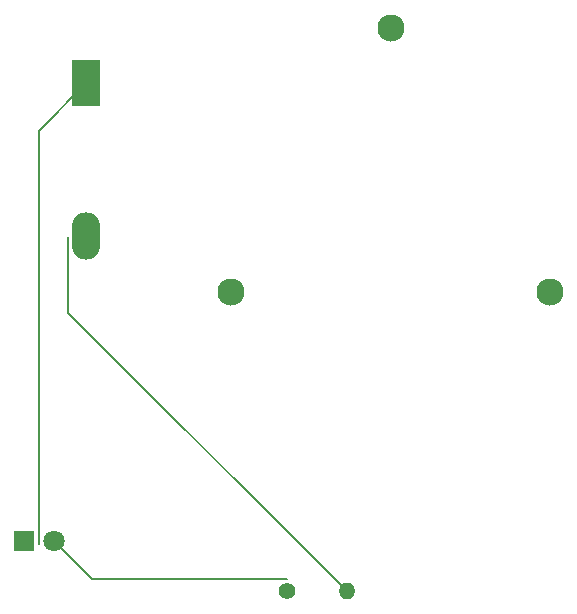
<source format=gbr>
%TF.GenerationSoftware,KiCad,Pcbnew,8.0.1*%
%TF.CreationDate,2024-06-04T22:59:00-05:00*%
%TF.ProjectId,hw10,68773130-2e6b-4696-9361-645f70636258,rev?*%
%TF.SameCoordinates,Original*%
%TF.FileFunction,Copper,L1,Top*%
%TF.FilePolarity,Positive*%
%FSLAX46Y46*%
G04 Gerber Fmt 4.6, Leading zero omitted, Abs format (unit mm)*
G04 Created by KiCad (PCBNEW 8.0.1) date 2024-06-04 22:59:00*
%MOMM*%
%LPD*%
G01*
G04 APERTURE LIST*
%TA.AperFunction,ComponentPad*%
%ADD10O,1.400000X1.400000*%
%TD*%
%TA.AperFunction,ComponentPad*%
%ADD11C,1.400000*%
%TD*%
%TA.AperFunction,ComponentPad*%
%ADD12C,1.800000*%
%TD*%
%TA.AperFunction,ComponentPad*%
%ADD13R,1.800000X1.800000*%
%TD*%
%TA.AperFunction,ComponentPad*%
%ADD14O,2.410000X4.020000*%
%TD*%
%TA.AperFunction,ComponentPad*%
%ADD15R,2.410000X4.020000*%
%TD*%
%TA.AperFunction,WasherPad*%
%ADD16C,2.300000*%
%TD*%
%TA.AperFunction,Conductor*%
%ADD17C,0.200000*%
%TD*%
G04 APERTURE END LIST*
D10*
%TO.P,R1,2*%
%TO.N,Net-(D1-A)*%
X112040000Y-106000000D03*
D11*
%TO.P,R1,1*%
%TO.N,Net-(BT1-+)*%
X106960000Y-106000000D03*
%TD*%
D12*
%TO.P,D1,2,A*%
%TO.N,Net-(D1-A)*%
X87290000Y-101775000D03*
D13*
%TO.P,D1,1,K*%
%TO.N,Net-(BT1--)*%
X84750000Y-101775000D03*
%TD*%
D14*
%TO.P,BT1,2,-*%
%TO.N,Net-(BT1--)*%
X89980000Y-75895000D03*
D15*
%TO.P,BT1,1,+*%
%TO.N,Net-(BT1-+)*%
X89980000Y-63015000D03*
D16*
%TO.P,BT1,*%
%TO.N,*%
X129240000Y-80635000D03*
X115760000Y-58285000D03*
X102270000Y-80635000D03*
%TD*%
D17*
%TO.N,Net-(D1-A)*%
X88475000Y-82435000D02*
X88475000Y-76000000D01*
X112040000Y-106000000D02*
X88475000Y-82435000D01*
X90515000Y-105000000D02*
X107000000Y-105000000D01*
X87290000Y-101775000D02*
X90515000Y-105000000D01*
%TO.N,Net-(BT1-+)*%
X85950000Y-67045000D02*
X85950000Y-102000000D01*
X89980000Y-63015000D02*
X85950000Y-67045000D01*
%TD*%
M02*

</source>
